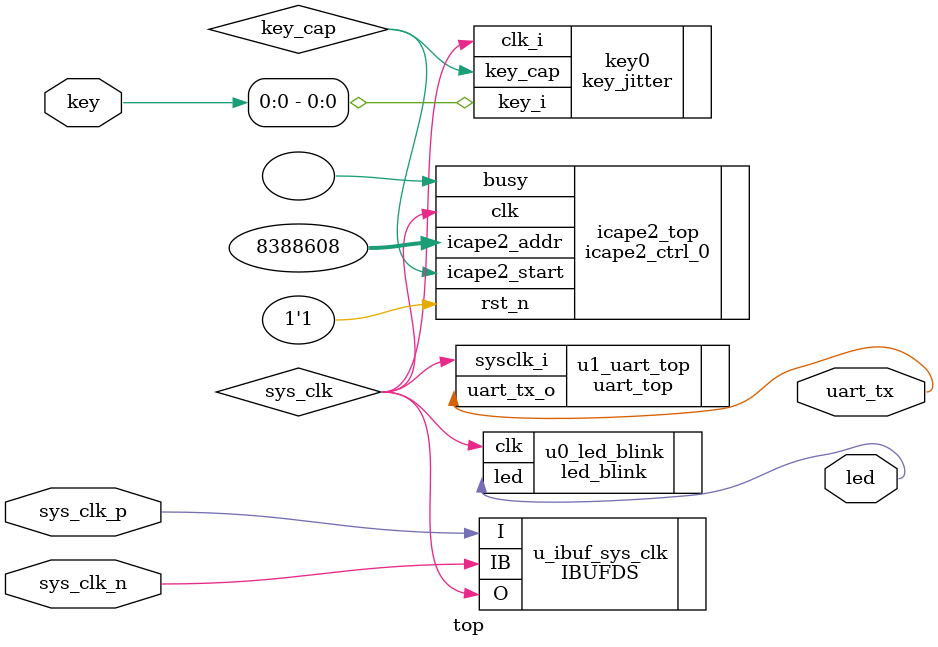
<source format=v>
`timescale 1ns / 1ns

module top
(
    input sys_clk_p,// Differentia system clock 200Mhz input on board
	input sys_clk_n,
	
	input[1:0] key,
	
    output led,
    output uart_tx
);

//===========================================================================
//Differentia system clock to single end clock
//===========================================================================
wire        sys_clk,clk_10m;

// IBUFDS: Differential Input Buffer
//         Kintex-7
// Xilinx HDL Language Template, version 2017.4
   
IBUFDS #(
	.DIFF_TERM("TRUE"),       // Differential Termination
	.IBUF_LOW_PWR("TRUE"),     // Low power="TRUE", Highest performance="FALSE" 
	.IOSTANDARD("DEFAULT")     // Specify the input I/O standard
) u_ibuf_sys_clk (
	.O(sys_clk),  // Buffer output
	.I(sys_clk_p),  // Diff_p buffer input (connect directly to top-level port)
	.IB(sys_clk_n) // Diff_n buffer input (connect directly to top-level port)
);          

key_jitter#
(
	.CLK_FREQ(200000000) //200MHz
)
key0
(
	.clk_i(sys_clk),
	.key_i(key[0]),
	.key_cap(key_cap)
);

icape2_ctrl_0 icape2_top (
  .clk          (sys_clk    ),    // input wire clk
  .rst_n        (1'b1       ),    // input wire rst_n
  .icape2_start (key_cap    ),    // input wire icape2_start
  .icape2_addr  (32'h800000 ),    // input wire [31 : 0] icape2_addr
  .busy         (           )     // output wire busy
);

led_blink u0_led_blink(
    .clk(sys_clk),  //50MHz

    .led(led)
);

uart_top u1_uart_top
(
    .sysclk_i(sys_clk),
    .uart_tx_o(uart_tx) 
);

endmodule
</source>
